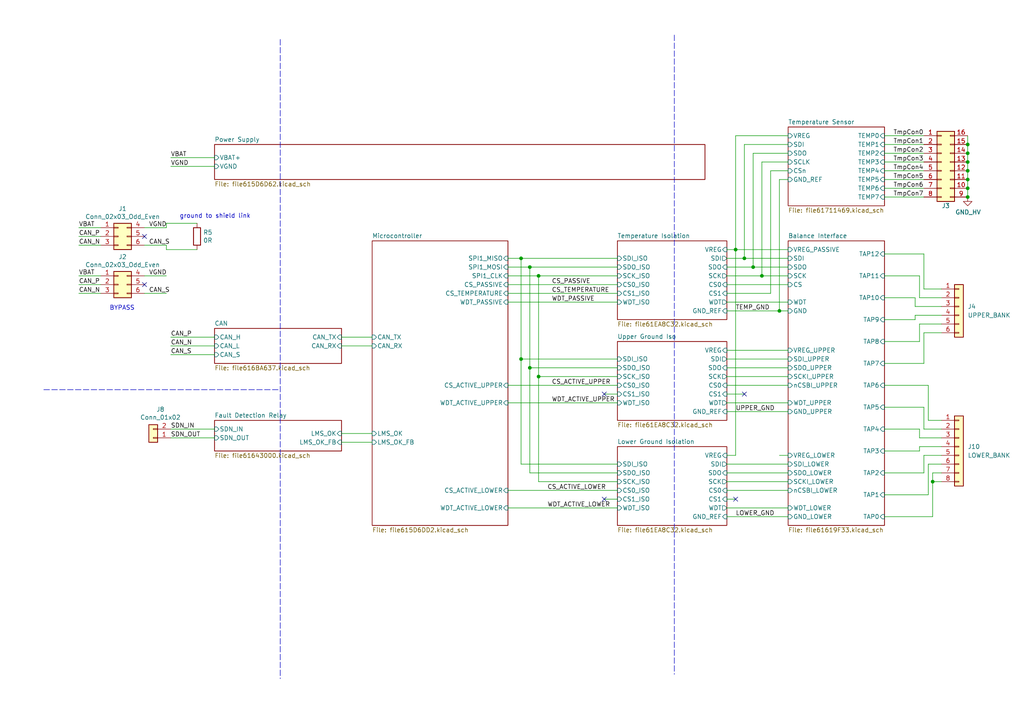
<source format=kicad_sch>
(kicad_sch (version 20211123) (generator eeschema)
  (paper "A4")
  (lib_symbols
    (symbol "Connector_Generic:Conn_01x02" (pin_names (offset 1.016) hide)
      (property "Reference" "J" (at 0 2.54 0))
      (property "Value" "Conn_01x02" (at 0 -5.08 0))
      (symbol "Conn_01x02_1_1"
        (rectangle (start -1.27 -2.413) (end 0 -2.667) (stroke (width 0.1524)))
        (rectangle (start -1.27 0.127) (end 0 -0.127) (stroke (width 0.1524)))
        (rectangle (start -1.27 1.27) (end 1.27 -3.81) (stroke (width 0.254)) (fill (type background)))
        (pin passive line (at -5.08 0 0) (length 3.81) (name "Pin_1") (number "1"))
        (pin passive line (at -5.08 -2.54 0) (length 3.81) (name "Pin_2") (number "2"))
      )
    )
    (symbol "Connector_Generic:Conn_01x06" (pin_names (offset 1.016) hide)
      (property "Reference" "J" (at 0 7.62 0))
      (property "Value" "Conn_01x06" (at 0 -10.16 0))
      (symbol "Conn_01x06_1_1"
        (rectangle (start -1.27 -7.493) (end 0 -7.747) (stroke (width 0.1524)))
        (rectangle (start -1.27 -4.953) (end 0 -5.207) (stroke (width 0.1524)))
        (rectangle (start -1.27 -2.413) (end 0 -2.667) (stroke (width 0.1524)))
        (rectangle (start -1.27 0.127) (end 0 -0.127) (stroke (width 0.1524)))
        (rectangle (start -1.27 2.667) (end 0 2.413) (stroke (width 0.1524)))
        (rectangle (start -1.27 5.207) (end 0 4.953) (stroke (width 0.1524)))
        (rectangle (start -1.27 6.35) (end 1.27 -8.89) (stroke (width 0.254)) (fill (type background)))
        (pin passive line (at -5.08 5.08 0) (length 3.81) (name "Pin_1") (number "1"))
        (pin passive line (at -5.08 2.54 0) (length 3.81) (name "Pin_2") (number "2"))
        (pin passive line (at -5.08 0 0) (length 3.81) (name "Pin_3") (number "3"))
        (pin passive line (at -5.08 -2.54 0) (length 3.81) (name "Pin_4") (number "4"))
        (pin passive line (at -5.08 -5.08 0) (length 3.81) (name "Pin_5") (number "5"))
        (pin passive line (at -5.08 -7.62 0) (length 3.81) (name "Pin_6") (number "6"))
      )
    )
    (symbol "Connector_Generic:Conn_01x08" (pin_names (offset 1.016) hide)
      (property "Reference" "J" (at 0 10.16 0))
      (property "Value" "Conn_01x08" (at 0 -12.7 0))
      (symbol "Conn_01x08_1_1"
        (rectangle (start -1.27 -10.033) (end 0 -10.287) (stroke (width 0.1524)))
        (rectangle (start -1.27 -7.493) (end 0 -7.747) (stroke (width 0.1524)))
        (rectangle (start -1.27 -4.953) (end 0 -5.207) (stroke (width 0.1524)))
        (rectangle (start -1.27 -2.413) (end 0 -2.667) (stroke (width 0.1524)))
        (rectangle (start -1.27 0.127) (end 0 -0.127) (stroke (width 0.1524)))
        (rectangle (start -1.27 2.667) (end 0 2.413) (stroke (width 0.1524)))
        (rectangle (start -1.27 5.207) (end 0 4.953) (stroke (width 0.1524)))
        (rectangle (start -1.27 7.747) (end 0 7.493) (stroke (width 0.1524)))
        (rectangle (start -1.27 8.89) (end 1.27 -11.43) (stroke (width 0.254)) (fill (type background)))
        (pin passive line (at -5.08 7.62 0) (length 3.81) (name "Pin_1") (number "1"))
        (pin passive line (at -5.08 5.08 0) (length 3.81) (name "Pin_2") (number "2"))
        (pin passive line (at -5.08 2.54 0) (length 3.81) (name "Pin_3") (number "3"))
        (pin passive line (at -5.08 0 0) (length 3.81) (name "Pin_4") (number "4"))
        (pin passive line (at -5.08 -2.54 0) (length 3.81) (name "Pin_5") (number "5"))
        (pin passive line (at -5.08 -5.08 0) (length 3.81) (name "Pin_6") (number "6"))
        (pin passive line (at -5.08 -7.62 0) (length 3.81) (name "Pin_7") (number "7"))
        (pin passive line (at -5.08 -10.16 0) (length 3.81) (name "Pin_8") (number "8"))
      )
    )
    (symbol "Connector_Generic:Conn_02x03_Top_Bottom" (pin_names (offset 1.016) hide)
      (property "Reference" "J" (at 1.27 5.08 0))
      (property "Value" "Conn_02x03_Top_Bottom" (at 1.27 -5.08 0))
      (symbol "Conn_02x03_Top_Bottom_1_1"
        (rectangle (start -1.27 -2.413) (end 0 -2.667) (stroke (width 0.1524)))
        (rectangle (start -1.27 0.127) (end 0 -0.127) (stroke (width 0.1524)))
        (rectangle (start -1.27 2.667) (end 0 2.413) (stroke (width 0.1524)))
        (rectangle (start -1.27 3.81) (end 3.81 -3.81) (stroke (width 0.254)) (fill (type background)))
        (rectangle (start 3.81 -2.413) (end 2.54 -2.667) (stroke (width 0.1524)))
        (rectangle (start 3.81 0.127) (end 2.54 -0.127) (stroke (width 0.1524)))
        (rectangle (start 3.81 2.667) (end 2.54 2.413) (stroke (width 0.1524)))
        (pin passive line (at -5.08 2.54 0) (length 3.81) (name "Pin_1") (number "1"))
        (pin passive line (at -5.08 0 0) (length 3.81) (name "Pin_2") (number "2"))
        (pin passive line (at -5.08 -2.54 0) (length 3.81) (name "Pin_3") (number "3"))
        (pin passive line (at 7.62 2.54 180) (length 3.81) (name "Pin_4") (number "4"))
        (pin passive line (at 7.62 0 180) (length 3.81) (name "Pin_5") (number "5"))
        (pin passive line (at 7.62 -2.54 180) (length 3.81) (name "Pin_6") (number "6"))
      )
    )
    (symbol "Connector_Generic:Conn_02x08_Counter_Clockwise" (pin_names (offset 1.016) hide)
      (property "Reference" "J" (at 1.27 10.16 0))
      (property "Value" "Conn_02x08_Counter_Clockwise" (at 1.27 -12.7 0))
      (symbol "Conn_02x08_Counter_Clockwise_1_1"
        (rectangle (start -1.27 -10.033) (end 0 -10.287) (stroke (width 0.1524)))
        (rectangle (start -1.27 -7.493) (end 0 -7.747) (stroke (width 0.1524)))
        (rectangle (start -1.27 -4.953) (end 0 -5.207) (stroke (width 0.1524)))
        (rectangle (start -1.27 -2.413) (end 0 -2.667) (stroke (width 0.1524)))
        (rectangle (start -1.27 0.127) (end 0 -0.127) (stroke (width 0.1524)))
        (rectangle (start -1.27 2.667) (end 0 2.413) (stroke (width 0.1524)))
        (rectangle (start -1.27 5.207) (end 0 4.953) (stroke (width 0.1524)))
        (rectangle (start -1.27 7.747) (end 0 7.493) (stroke (width 0.1524)))
        (rectangle (start -1.27 8.89) (end 3.81 -11.43) (stroke (width 0.254)) (fill (type background)))
        (rectangle (start 3.81 -10.033) (end 2.54 -10.287) (stroke (width 0.1524)))
        (rectangle (start 3.81 -7.493) (end 2.54 -7.747) (stroke (width 0.1524)))
        (rectangle (start 3.81 -4.953) (end 2.54 -5.207) (stroke (width 0.1524)))
        (rectangle (start 3.81 -2.413) (end 2.54 -2.667) (stroke (width 0.1524)))
        (rectangle (start 3.81 0.127) (end 2.54 -0.127) (stroke (width 0.1524)))
        (rectangle (start 3.81 2.667) (end 2.54 2.413) (stroke (width 0.1524)))
        (rectangle (start 3.81 5.207) (end 2.54 4.953) (stroke (width 0.1524)))
        (rectangle (start 3.81 7.747) (end 2.54 7.493) (stroke (width 0.1524)))
        (pin passive line (at -5.08 7.62 0) (length 3.81) (name "Pin_1") (number "1"))
        (pin passive line (at 7.62 -7.62 180) (length 3.81) (name "Pin_10") (number "10"))
        (pin passive line (at 7.62 -5.08 180) (length 3.81) (name "Pin_11") (number "11"))
        (pin passive line (at 7.62 -2.54 180) (length 3.81) (name "Pin_12") (number "12"))
        (pin passive line (at 7.62 0 180) (length 3.81) (name "Pin_13") (number "13"))
        (pin passive line (at 7.62 2.54 180) (length 3.81) (name "Pin_14") (number "14"))
        (pin passive line (at 7.62 5.08 180) (length 3.81) (name "Pin_15") (number "15"))
        (pin passive line (at 7.62 7.62 180) (length 3.81) (name "Pin_16") (number "16"))
        (pin passive line (at -5.08 5.08 0) (length 3.81) (name "Pin_2") (number "2"))
        (pin passive line (at -5.08 2.54 0) (length 3.81) (name "Pin_3") (number "3"))
        (pin passive line (at -5.08 0 0) (length 3.81) (name "Pin_4") (number "4"))
        (pin passive line (at -5.08 -2.54 0) (length 3.81) (name "Pin_5") (number "5"))
        (pin passive line (at -5.08 -5.08 0) (length 3.81) (name "Pin_6") (number "6"))
        (pin passive line (at -5.08 -7.62 0) (length 3.81) (name "Pin_7") (number "7"))
        (pin passive line (at -5.08 -10.16 0) (length 3.81) (name "Pin_8") (number "8"))
        (pin passive line (at 7.62 -10.16 180) (length 3.81) (name "Pin_9") (number "9"))
      )
    )
    (symbol "Device:R" (pin_numbers hide) (pin_names (offset 0))
      (property "Reference" "R" (at 2.032 0 90))
      (property "Value" "R" (at 0 0 90))
      (symbol "R_0_1"
        (rectangle (start -1.016 -2.54) (end 1.016 2.54) (stroke (width 0.254)))
      )
      (symbol "R_1_1"
        (pin passive line (at 0 3.81 270) (length 1.27) (name "~") (number "1"))
        (pin passive line (at 0 -3.81 90) (length 1.27) (name "~") (number "2"))
      )
    )
    (symbol "GND_HV_12" (power) (pin_names (offset 0))
      (property "Value" "GND_HV_12" (at 0 -3.81 0))
      (symbol "GND_HV_12_0_1"
        (polyline (pts (xy 0 0) (xy 0 -1.27) (xy 1.27 -1.27) (xy 0 -2.54) (xy -1.27 -1.27) (xy 0 -1.27)))
      )
      (symbol "GND_HV_12_1_1"
        (pin power_in line (at 0 0 270) (length 0) hide (name "GND_HV") (number "1"))
      )
    )
  )
  (junction (at 280.67 52.07))
  (junction (at 213.36 72.39))
  (junction (at 151.13 104.14))
  (junction (at 156.21 109.22))
  (junction (at 280.67 41.91))
  (junction (at 153.67 77.47))
  (junction (at 220.98 80.01))
  (junction (at 280.67 44.45))
  (junction (at 151.13 74.93))
  (junction (at 226.06 90.17))
  (junction (at 280.67 46.99))
  (junction (at 280.67 57.15))
  (junction (at 280.67 49.53))
  (junction (at 215.9 74.93))
  (junction (at 280.67 54.61))
  (junction (at 270.51 139.7))
  (junction (at 218.44 77.47))
  (junction (at 153.67 106.68))
  (junction (at 156.21 80.01))
  (no_connect (at 175.26 144.78))
  (no_connect (at 213.36 144.78))
  (no_connect (at 175.26 114.3))
  (no_connect (at 41.91 68.58))
  (no_connect (at 215.9 114.3))
  (no_connect (at 41.91 82.55))
  (wire (pts (xy 156.21 109.22) (xy 179.07 109.22)))
  (wire (pts (xy 156.21 80.01) (xy 179.07 80.01)))
  (wire (pts (xy 228.6 116.84) (xy 210.82 116.84)))
  (wire (pts (xy 210.82 90.17) (xy 226.06 90.17)))
  (wire (pts (xy 41.91 85.09) (xy 48.26 85.09)))
  (wire (pts (xy 280.67 57.15) (xy 280.67 54.61)))
  (wire (pts (xy 49.53 124.46) (xy 62.23 124.46)))
  (wire (pts (xy 280.67 52.07) (xy 280.67 49.53)))
  (wire (pts (xy 265.43 88.9) (xy 273.05 88.9)))
  (wire (pts (xy 228.6 87.63) (xy 210.82 87.63)))
  (wire (pts (xy 29.21 71.12) (xy 22.86 71.12)))
  (wire (pts (xy 228.6 82.55) (xy 210.82 82.55)))
  (wire (pts (xy 266.7 93.98) (xy 266.7 99.06)))
  (wire (pts (xy 156.21 80.01) (xy 147.32 80.01)))
  (wire (pts (xy 41.91 80.01) (xy 48.26 80.01)))
  (polyline (pts (xy 12.7 113.03) (xy 81.28 113.03)))
  (wire (pts (xy 228.6 142.24) (xy 210.82 142.24)))
  (wire (pts (xy 267.97 124.46) (xy 267.97 118.11)))
  (wire (pts (xy 228.6 46.99) (xy 220.98 46.99)))
  (wire (pts (xy 256.54 46.99) (xy 267.97 46.99)))
  (wire (pts (xy 270.51 139.7) (xy 270.51 149.86)))
  (wire (pts (xy 267.97 132.08) (xy 273.05 132.08)))
  (wire (pts (xy 256.54 57.15) (xy 267.97 57.15)))
  (wire (pts (xy 151.13 104.14) (xy 151.13 134.62)))
  (wire (pts (xy 147.32 142.24) (xy 179.07 142.24)))
  (wire (pts (xy 228.6 139.7) (xy 210.82 139.7)))
  (wire (pts (xy 153.67 77.47) (xy 153.67 106.68)))
  (wire (pts (xy 41.91 66.04) (xy 48.26 66.04)))
  (wire (pts (xy 256.54 92.71) (xy 265.43 92.71)))
  (wire (pts (xy 175.26 114.3) (xy 179.07 114.3)))
  (wire (pts (xy 273.05 96.52) (xy 267.97 96.52)))
  (wire (pts (xy 210.82 119.38) (xy 228.6 119.38)))
  (wire (pts (xy 228.6 109.22) (xy 210.82 109.22)))
  (wire (pts (xy 269.24 121.92) (xy 273.05 121.92)))
  (wire (pts (xy 215.9 41.91) (xy 215.9 74.93)))
  (wire (pts (xy 147.32 111.76) (xy 179.07 111.76)))
  (wire (pts (xy 147.32 85.09) (xy 179.07 85.09)))
  (wire (pts (xy 228.6 106.68) (xy 210.82 106.68)))
  (wire (pts (xy 273.05 137.16) (xy 270.51 137.16)))
  (wire (pts (xy 49.53 48.26) (xy 62.23 48.26)))
  (wire (pts (xy 228.6 137.16) (xy 210.82 137.16)))
  (wire (pts (xy 265.43 91.44) (xy 273.05 91.44)))
  (wire (pts (xy 256.54 44.45) (xy 267.97 44.45)))
  (wire (pts (xy 273.05 93.98) (xy 266.7 93.98)))
  (wire (pts (xy 267.97 96.52) (xy 267.97 105.41)))
  (wire (pts (xy 107.95 100.33) (xy 99.06 100.33)))
  (wire (pts (xy 265.43 92.71) (xy 265.43 91.44)))
  (wire (pts (xy 256.54 73.66) (xy 267.97 73.66)))
  (wire (pts (xy 228.6 77.47) (xy 218.44 77.47)))
  (wire (pts (xy 270.51 137.16) (xy 270.51 139.7)))
  (wire (pts (xy 256.54 124.46) (xy 266.7 124.46)))
  (wire (pts (xy 153.67 106.68) (xy 153.67 137.16)))
  (wire (pts (xy 213.36 72.39) (xy 210.82 72.39)))
  (wire (pts (xy 220.98 80.01) (xy 210.82 80.01)))
  (wire (pts (xy 256.54 118.11) (xy 267.97 118.11)))
  (wire (pts (xy 29.21 85.09) (xy 22.86 85.09)))
  (wire (pts (xy 228.6 134.62) (xy 210.82 134.62)))
  (wire (pts (xy 228.6 149.86) (xy 210.82 149.86)))
  (wire (pts (xy 153.67 137.16) (xy 179.07 137.16)))
  (wire (pts (xy 48.26 66.04) (xy 48.26 64.77)))
  (wire (pts (xy 256.54 39.37) (xy 267.97 39.37)))
  (wire (pts (xy 147.32 147.32) (xy 179.07 147.32)))
  (wire (pts (xy 270.51 139.7) (xy 273.05 139.7)))
  (wire (pts (xy 256.54 105.41) (xy 267.97 105.41)))
  (wire (pts (xy 256.54 80.01) (xy 266.7 80.01)))
  (wire (pts (xy 256.54 143.51) (xy 269.24 143.51)))
  (wire (pts (xy 179.07 77.47) (xy 153.67 77.47)))
  (wire (pts (xy 62.23 97.79) (xy 49.53 97.79)))
  (wire (pts (xy 22.86 68.58) (xy 29.21 68.58)))
  (wire (pts (xy 267.97 83.82) (xy 273.05 83.82)))
  (wire (pts (xy 226.06 132.08) (xy 228.6 132.08)))
  (wire (pts (xy 228.6 52.07) (xy 226.06 52.07)))
  (wire (pts (xy 49.53 102.87) (xy 62.23 102.87)))
  (wire (pts (xy 151.13 74.93) (xy 151.13 104.14)))
  (wire (pts (xy 269.24 134.62) (xy 273.05 134.62)))
  (wire (pts (xy 29.21 66.04) (xy 22.86 66.04)))
  (wire (pts (xy 266.7 86.36) (xy 273.05 86.36)))
  (wire (pts (xy 99.06 125.73) (xy 107.95 125.73)))
  (wire (pts (xy 213.36 72.39) (xy 213.36 132.08)))
  (wire (pts (xy 218.44 77.47) (xy 210.82 77.47)))
  (wire (pts (xy 215.9 114.3) (xy 210.82 114.3)))
  (wire (pts (xy 265.43 86.36) (xy 265.43 88.9)))
  (wire (pts (xy 280.67 44.45) (xy 280.67 41.91)))
  (wire (pts (xy 228.6 104.14) (xy 210.82 104.14)))
  (wire (pts (xy 256.54 99.06) (xy 266.7 99.06)))
  (wire (pts (xy 213.36 39.37) (xy 213.36 72.39)))
  (wire (pts (xy 256.54 41.91) (xy 267.97 41.91)))
  (wire (pts (xy 228.6 80.01) (xy 220.98 80.01)))
  (wire (pts (xy 256.54 137.16) (xy 267.97 137.16)))
  (wire (pts (xy 147.32 87.63) (xy 179.07 87.63)))
  (wire (pts (xy 147.32 116.84) (xy 179.07 116.84)))
  (wire (pts (xy 267.97 124.46) (xy 273.05 124.46)))
  (wire (pts (xy 223.52 49.53) (xy 228.6 49.53)))
  (wire (pts (xy 99.06 97.79) (xy 107.95 97.79)))
  (wire (pts (xy 226.06 90.17) (xy 228.6 90.17)))
  (wire (pts (xy 280.67 54.61) (xy 280.67 52.07)))
  (wire (pts (xy 220.98 46.99) (xy 220.98 80.01)))
  (wire (pts (xy 151.13 104.14) (xy 179.07 104.14)))
  (wire (pts (xy 107.95 128.27) (xy 99.06 128.27)))
  (wire (pts (xy 266.7 129.54) (xy 273.05 129.54)))
  (wire (pts (xy 256.54 52.07) (xy 267.97 52.07)))
  (polyline (pts (xy 195.58 10.16) (xy 195.58 195.58)))
  (wire (pts (xy 228.6 111.76) (xy 210.82 111.76)))
  (wire (pts (xy 228.6 39.37) (xy 213.36 39.37)))
  (wire (pts (xy 223.52 85.09) (xy 223.52 49.53)))
  (wire (pts (xy 266.7 80.01) (xy 266.7 86.36)))
  (wire (pts (xy 267.97 73.66) (xy 267.97 83.82)))
  (wire (pts (xy 280.67 41.91) (xy 280.67 39.37)))
  (wire (pts (xy 256.54 49.53) (xy 267.97 49.53)))
  (wire (pts (xy 256.54 111.76) (xy 269.24 111.76)))
  (wire (pts (xy 22.86 82.55) (xy 29.21 82.55)))
  (wire (pts (xy 228.6 74.93) (xy 215.9 74.93)))
  (wire (pts (xy 218.44 44.45) (xy 218.44 77.47)))
  (wire (pts (xy 179.07 106.68) (xy 153.67 106.68)))
  (wire (pts (xy 48.26 64.77) (xy 57.15 64.77)))
  (wire (pts (xy 151.13 74.93) (xy 147.32 74.93)))
  (wire (pts (xy 280.67 46.99) (xy 280.67 44.45)))
  (wire (pts (xy 175.26 144.78) (xy 179.07 144.78)))
  (wire (pts (xy 29.21 80.01) (xy 22.86 80.01)))
  (wire (pts (xy 266.7 127) (xy 273.05 127)))
  (wire (pts (xy 179.07 139.7) (xy 156.21 139.7)))
  (wire (pts (xy 256.54 130.81) (xy 266.7 130.81)))
  (wire (pts (xy 62.23 127) (xy 49.53 127)))
  (wire (pts (xy 210.82 85.09) (xy 223.52 85.09)))
  (wire (pts (xy 228.6 41.91) (xy 215.9 41.91)))
  (wire (pts (xy 228.6 147.32) (xy 210.82 147.32)))
  (wire (pts (xy 256.54 54.61) (xy 267.97 54.61)))
  (wire (pts (xy 213.36 144.78) (xy 210.82 144.78)))
  (wire (pts (xy 266.7 129.54) (xy 266.7 130.81)))
  (wire (pts (xy 147.32 77.47) (xy 153.67 77.47)))
  (polyline (pts (xy 81.28 11.43) (xy 81.28 196.85)))
  (wire (pts (xy 213.36 72.39) (xy 228.6 72.39)))
  (wire (pts (xy 62.23 45.72) (xy 49.53 45.72)))
  (wire (pts (xy 215.9 74.93) (xy 210.82 74.93)))
  (wire (pts (xy 269.24 143.51) (xy 269.24 134.62)))
  (wire (pts (xy 179.07 74.93) (xy 151.13 74.93)))
  (wire (pts (xy 266.7 124.46) (xy 266.7 127)))
  (wire (pts (xy 156.21 109.22) (xy 156.21 80.01)))
  (wire (pts (xy 151.13 134.62) (xy 179.07 134.62)))
  (wire (pts (xy 267.97 132.08) (xy 267.97 137.16)))
  (wire (pts (xy 269.24 111.76) (xy 269.24 121.92)))
  (wire (pts (xy 48.26 72.39) (xy 57.15 72.39)))
  (wire (pts (xy 228.6 101.6) (xy 210.82 101.6)))
  (wire (pts (xy 226.06 52.07) (xy 226.06 90.17)))
  (wire (pts (xy 210.82 132.08) (xy 213.36 132.08)))
  (wire (pts (xy 256.54 86.36) (xy 265.43 86.36)))
  (wire (pts (xy 156.21 139.7) (xy 156.21 109.22)))
  (wire (pts (xy 48.26 71.12) (xy 48.26 72.39)))
  (wire (pts (xy 41.91 71.12) (xy 48.26 71.12)))
  (wire (pts (xy 280.67 49.53) (xy 280.67 46.99)))
  (wire (pts (xy 49.53 100.33) (xy 62.23 100.33)))
  (wire (pts (xy 147.32 82.55) (xy 179.07 82.55)))
  (wire (pts (xy 256.54 149.86) (xy 270.51 149.86)))
  (wire (pts (xy 228.6 44.45) (xy 218.44 44.45)))
  (text "ground to shield link\n" (at 52.07 63.5 0) (effects (font (size 1.27 1.27)) (justify left bottom)))
  (text "BYPASS" (at 31.75 90.17 0) (effects (font (size 1.27 1.27)) (justify left bottom)))
  (label "CAN_N" (at 22.86 71.12 0))
  (label "CAN_P" (at 22.86 68.58 0))
  (label "VGND" (at 43.18 80.01 0))
  (label "VGND" (at 49.53 48.26 0))
  (label "CAN_N" (at 22.86 85.09 0))
  (label "TmpCon4" (at 259.08 49.53 0))
  (label "CS_PASSIVE" (at 160.02 82.55 0))
  (label "LOWER_GND" (at 213.36 149.86 0))
  (label "CS_ACTIVE_LOWER" (at 158.75 142.24 0))
  (label "CAN_N" (at 49.53 100.33 0))
  (label "TmpCon0" (at 259.08 39.37 0))
  (label "VGND" (at 43.18 66.04 0))
  (label "CAN_S" (at 43.18 71.12 0))
  (label "TEMP_GND" (at 213.36 90.17 0))
  (label "UPPER_GND" (at 213.36 119.38 0))
  (label "SDN_IN" (at 49.53 124.46 0))
  (label "TmpCon2" (at 259.08 44.45 0))
  (label "WDT_ACTIVE_UPPER" (at 160.02 116.84 0))
  (label "WDT_PASSIVE" (at 160.02 87.63 0))
  (label "CAN_P" (at 49.53 97.79 0))
  (label "CS_TEMPERATURE" (at 160.02 85.09 0))
  (label "CAN_P" (at 22.86 82.55 0))
  (label "VBAT" (at 49.53 45.72 0))
  (label "TmpCon7" (at 259.08 57.15 0))
  (label "TmpCon1" (at 259.08 41.91 0))
  (label "TmpCon6" (at 259.08 54.61 0))
  (label "TmpCon3" (at 259.08 46.99 0))
  (label "CAN_S" (at 49.53 102.87 0))
  (label "CAN_S" (at 43.18 85.09 0))
  (label "SDN_OUT" (at 49.53 127 0))
  (label "CS_ACTIVE_UPPER" (at 160.02 111.76 0))
  (label "TmpCon5" (at 259.08 52.07 0))
  (label "VBAT" (at 22.86 80.01 0))
  (label "VBAT" (at 22.86 66.04 0))
  (label "WDT_ACTIVE_LOWER" (at 158.75 147.32 0))
  (symbol (lib_id "Connector_Generic:Conn_02x03_Top_Bottom") (at 34.29 68.58 0) (unit 1)
    (property "Reference" "J1" (at 35.56 60.5282 0))
    (property "Value" "Conn_02x03_Odd_Even" (at 35.56 62.8396 0))
    (property "Footprint" "Connector_Molex:Molex_Mini-Fit_Jr_5566-06A_2x03_P4.20mm_Vertical" (effects hide))
    (property "Manufacturer" "Molex" (effects hide))
    (property "Part Number" "462071006" (effects hide))
  )
  (symbol (lib_id "Connector_Generic:Conn_02x03_Top_Bottom") (at 34.29 82.55 0) (unit 1)
    (property "Reference" "J2" (at 35.56 74.4982 0))
    (property "Value" "Conn_02x03_Odd_Even" (at 35.56 76.8096 0))
    (property "Footprint" "Connector_Molex:Molex_Mini-Fit_Jr_5566-06A_2x03_P4.20mm_Vertical" (effects hide))
    (property "Manufacturer" "Molex" (effects hide))
    (property "Part Number" "462071006" (effects hide))
  )
  (symbol (lib_id "Connector_Generic:Conn_02x08_Counter_Clockwise") (at 273.05 46.99 0) (unit 1)
    (property "Reference" "J3" (at 274.32 59.69 0))
    (property "Value" "Conn_02x08_Odd_Even" (effects hide))
    (property "Footprint" "Connector_Molex:Molex_Mini-Fit_Jr_5566-16A_2x08_P4.20mm_Vertical" (effects hide))
    (property "Part Number" "46015-1603" (effects hide))
    (property "Manufacturer" "Molex" (effects hide))
  )
  (symbol (lib_id "Connector_Generic:Conn_01x08") (at 278.13 129.54 0) (unit 1)
    (property "Reference" "J10" (at 280.67 129.5399 0) (effects (justify left)))
    (property "Value" "LOWER_BANK" (at 280.67 132.0799 0) (effects (justify left)))
    (property "Footprint" "Connector_Phoenix_MSTB:PhoenixContact_MSTBVA_2,5_8-G-5,08_1x08_P5.08mm_Vertical" (effects hide))
  )
  (symbol (lib_id "Connector_Generic:Conn_01x06") (at 278.13 88.9 0) (unit 1)
    (property "Reference" "J4" (at 280.67 88.8999 0) (effects (justify left)))
    (property "Value" "UPPER_BANK" (at 280.67 91.4399 0) (effects (justify left)))
    (property "Footprint" "Connector_Phoenix_MSTB:PhoenixContact_MSTBVA_2,5_6-G_1x06_P5.00mm_Vertical" (effects hide))
  )
  (symbol (lib_name "GND_HV_12") (lib_id "gnd_hv:GND_HV") (at 280.67 57.15 0) (unit 1)
    (property "Reference" "#PWR0121" (effects hide))
    (property "Value" "GND_HV" (at 280.797 61.5442 0))
  )
  (symbol (lib_id "Connector_Generic:Conn_01x02") (at 44.45 127 180) (unit 1)
    (property "Reference" "J8" (at 46.5328 118.745 0))
    (property "Value" "Conn_01x02" (at 46.5328 121.0564 0))
    (property "Footprint" "Connector_Molex:Molex_Mini-Fit_Jr_5566-02A_2x01_P4.20mm_Vertical" (effects hide))
    (property "Part Number" "-" (effects hide))
    (property "Manufacturer" "-" (effects hide))
  )
  (symbol (lib_id "Device:R") (at 57.15 68.58 0) (unit 1)
    (property "Reference" "R5" (at 58.928 67.4116 0) (effects (justify left)))
    (property "Value" "0R" (at 58.928 69.723 0) (effects (justify left)))
    (property "Footprint" "Resistor_SMD:R_0603_1608Metric_Pad0.98x0.95mm_HandSolder" (effects hide))
    (property "Part Number" "-" (effects hide))
    (property "Manufacturer" "-" (effects hide))
  )
  (sheet (at 62.23 41.91) (size 142.24 10.16)
    (property "Sheet name" "Power Supply" (at 62.23 41.1984 0) (effects (justify left bottom)))
    (property "Sheet file" "file615D6D62.kicad_sch" (at 62.23 52.6546 0) (effects (justify left top)))
    (pin "VBAT+" input (at 62.23 45.72 180))
    (pin "VGND" input (at 62.23 48.26 180))
  )
  (sheet (at 107.95 69.85) (size 39.37 82.55)
    (property "Sheet name" "Microcontroller" (at 107.95 69.1384 0) (effects (justify left bottom)))
    (property "Sheet file" "file615D6DD2.kicad_sch" (at 107.95 152.9846 0) (effects (justify left top)))
    (pin "CAN_RX" input (at 107.95 100.33 180))
    (pin "CAN_TX" input (at 107.95 97.79 180))
    (pin "SPI1_CLK" input (at 147.32 80.01 0))
    (pin "SPI1_MISO" input (at 147.32 74.93 0))
    (pin "SPI1_MOSI" input (at 147.32 77.47 0))
    (pin "CS_PASSIVE" input (at 147.32 82.55 0))
    (pin "CS_ACTIVE_UPPER" input (at 147.32 111.76 0))
    (pin "CS_TEMPERATURE" input (at 147.32 85.09 0))
    (pin "LMS_OK" input (at 107.95 125.73 180))
    (pin "WDT_PASSIVE" input (at 147.32 87.63 0))
    (pin "WDT_ACTIVE_UPPER" input (at 147.32 116.84 0))
    (pin "CS_ACTIVE_LOWER" input (at 147.32 142.24 0))
    (pin "WDT_ACTIVE_LOWER" input (at 147.32 147.32 0))
    (pin "LMS_OK_FB" input (at 107.95 128.27 180))
  )
  (sheet (at 228.6 69.85) (size 27.94 82.55)
    (property "Sheet name" "Balance Interface" (at 228.6 69.1384 0) (effects (justify left bottom)))
    (property "Sheet file" "file61619F33.kicad_sch" (at 228.6 152.9846 0) (effects (justify left top)))
    (pin "TAP0" input (at 256.54 149.86 0))
    (pin "TAP1" input (at 256.54 143.51 0))
    (pin "TAP2" input (at 256.54 137.16 0))
    (pin "TAP3" input (at 256.54 130.81 0))
    (pin "TAP4" input (at 256.54 124.46 0))
    (pin "TAP5" input (at 256.54 118.11 0))
    (pin "TAP6" input (at 256.54 111.76 0))
    (pin "TAP7" input (at 256.54 105.41 0))
    (pin "TAP8" input (at 256.54 99.06 0))
    (pin "TAP9" input (at 256.54 92.71 0))
    (pin "TAP10" input (at 256.54 86.36 0))
    (pin "TAP11" input (at 256.54 80.01 0))
    (pin "TAP12" input (at 256.54 73.66 0))
    (pin "CS" input (at 228.6 82.55 180))
    (pin "SCK" input (at 228.6 80.01 180))
    (pin "SDI" input (at 228.6 74.93 180))
    (pin "SDO" input (at 228.6 77.47 180))
    (pin "SDI_UPPER" input (at 228.6 104.14 180))
    (pin "SDO_UPPER" input (at 228.6 106.68 180))
    (pin "SCKI_UPPER" input (at 228.6 109.22 180))
    (pin "nCSBI_UPPER" input (at 228.6 111.76 180))
    (pin "WDT_UPPER" input (at 228.6 116.84 180))
    (pin "WDT" input (at 228.6 87.63 180))
    (pin "SDI_LOWER" input (at 228.6 134.62 180))
    (pin "SDO_LOWER" input (at 228.6 137.16 180))
    (pin "SCKI_LOWER" input (at 228.6 139.7 180))
    (pin "nCSBI_LOWER" input (at 228.6 142.24 180))
    (pin "WDT_LOWER" input (at 228.6 147.32 180))
    (pin "GND_UPPER" input (at 228.6 119.38 180))
    (pin "GND_LOWER" input (at 228.6 149.86 180))
    (pin "VREG_LOWER" input (at 228.6 132.08 180))
    (pin "VREG_UPPER" input (at 228.6 101.6 180))
    (pin "VREG_PASSIVE" input (at 228.6 72.39 180))
    (pin "GND" input (at 228.6 90.17 180))
  )
  (sheet (at 62.23 121.92) (size 36.83 8.89)
    (property "Sheet name" "Fault Detection Relay" (at 62.23 121.2084 0) (effects (justify left bottom)))
    (property "Sheet file" "file61643000.kicad_sch" (at 62.23 131.3946 0) (effects (justify left top)))
    (pin "LMS_OK" input (at 99.06 125.73 0))
    (pin "SDN_IN" input (at 62.23 124.46 180))
    (pin "SDN_OUT" input (at 62.23 127 180))
    (pin "LMS_OK_FB" input (at 99.06 128.27 0))
  )
  (sheet (at 62.23 95.25) (size 36.83 10.16)
    (property "Sheet name" "CAN" (at 62.23 94.5384 0) (effects (justify left bottom)))
    (property "Sheet file" "file616BA637.kicad_sch" (at 62.23 105.9946 0) (effects (justify left top)))
    (pin "CAN_TX" input (at 99.06 97.79 0))
    (pin "CAN_RX" input (at 99.06 100.33 0))
    (pin "CAN_H" input (at 62.23 97.79 180))
    (pin "CAN_L" input (at 62.23 100.33 180))
    (pin "CAN_S" input (at 62.23 102.87 180))
  )
  (sheet (at 228.6 36.83) (size 27.94 22.86)
    (property "Sheet name" "Temperature Sensor" (at 228.6 36.1184 0) (effects (justify left bottom)))
    (property "Sheet file" "file61711469.kicad_sch" (at 228.6 60.2746 0) (effects (justify left top)))
    (pin "CSn" input (at 228.6 49.53 180))
    (pin "SDO" input (at 228.6 44.45 180))
    (pin "SDI" input (at 228.6 41.91 180))
    (pin "SCLK" input (at 228.6 46.99 180))
    (pin "TEMP0" input (at 256.54 39.37 0))
    (pin "TEMP1" input (at 256.54 41.91 0))
    (pin "TEMP2" input (at 256.54 44.45 0))
    (pin "TEMP3" input (at 256.54 46.99 0))
    (pin "TEMP4" input (at 256.54 49.53 0))
    (pin "TEMP5" input (at 256.54 52.07 0))
    (pin "TEMP6" input (at 256.54 54.61 0))
    (pin "TEMP7" input (at 256.54 57.15 0))
    (pin "VREG" input (at 228.6 39.37 180))
    (pin "GND_REF" input (at 228.6 52.07 180))
  )
  (sheet (at 179.07 69.85) (size 31.75 22.86)
    (property "Sheet name" "Temperature Isolation" (at 179.07 69.1384 0) (effects (justify left bottom)))
    (property "Sheet file" "file61EA8C32.kicad_sch" (at 179.07 93.2946 0) (effects (justify left top)))
    (pin "VREG" input (at 210.82 72.39 0))
    (pin "SDI" output (at 210.82 74.93 0))
    (pin "SDO" input (at 210.82 77.47 0))
    (pin "SCK" output (at 210.82 80.01 0))
    (pin "WDT" output (at 210.82 87.63 0))
    (pin "GND_REF" input (at 210.82 90.17 0))
    (pin "SDI_ISO" input (at 179.07 74.93 180))
    (pin "SDO_ISO" input (at 179.07 77.47 180))
    (pin "WDT_ISO" input (at 179.07 87.63 180))
    (pin "SCK_ISO" input (at 179.07 80.01 180))
    (pin "CS0_ISO" input (at 179.07 82.55 180))
    (pin "CS1_ISO" input (at 179.07 85.09 180))
    (pin "CS0" input (at 210.82 82.55 0))
    (pin "CS1" input (at 210.82 85.09 0))
  )
  (sheet (at 179.07 129.54) (size 31.75 22.86)
    (property "Sheet name" "Lower Ground Isolation" (at 179.07 128.8284 0) (effects (justify left bottom)))
    (property "Sheet file" "file61EA8C32.kicad_sch" (at 179.07 152.9846 0) (effects (justify left top)))
    (pin "VREG" input (at 210.82 132.08 0))
    (pin "SDI" output (at 210.82 134.62 0))
    (pin "SDO" input (at 210.82 137.16 0))
    (pin "SCK" output (at 210.82 139.7 0))
    (pin "WDT" output (at 210.82 147.32 0))
    (pin "GND_REF" input (at 210.82 149.86 0))
    (pin "SDI_ISO" input (at 179.07 134.62 180))
    (pin "SDO_ISO" input (at 179.07 137.16 180))
    (pin "WDT_ISO" input (at 179.07 147.32 180))
    (pin "SCK_ISO" input (at 179.07 139.7 180))
    (pin "CS0_ISO" input (at 179.07 142.24 180))
    (pin "CS1_ISO" input (at 179.07 144.78 180))
    (pin "CS0" input (at 210.82 142.24 0))
    (pin "CS1" input (at 210.82 144.78 0))
  )
  (sheet (at 179.07 99.06) (size 31.75 22.86)
    (property "Sheet name" "Upper Ground Iso" (at 179.07 98.3484 0) (effects (justify left bottom)))
    (property "Sheet file" "file61EA8C32.kicad_sch" (at 179.07 122.5046 0) (effects (justify left top)))
    (pin "VREG" input (at 210.82 101.6 0))
    (pin "SDI" output (at 210.82 104.14 0))
    (pin "SDO" input (at 210.82 106.68 0))
    (pin "SCK" output (at 210.82 109.22 0))
    (pin "WDT" output (at 210.82 116.84 0))
    (pin "GND_REF" input (at 210.82 119.38 0))
    (pin "SDI_ISO" input (at 179.07 104.14 180))
    (pin "SDO_ISO" input (at 179.07 106.68 180))
    (pin "WDT_ISO" input (at 179.07 116.84 180))
    (pin "SCK_ISO" input (at 179.07 109.22 180))
    (pin "CS0_ISO" input (at 179.07 111.76 180))
    (pin "CS1_ISO" input (at 179.07 114.3 180))
    (pin "CS0" input (at 210.82 111.76 0))
    (pin "CS1" input (at 210.82 114.3 0))
  )
)
</source>
